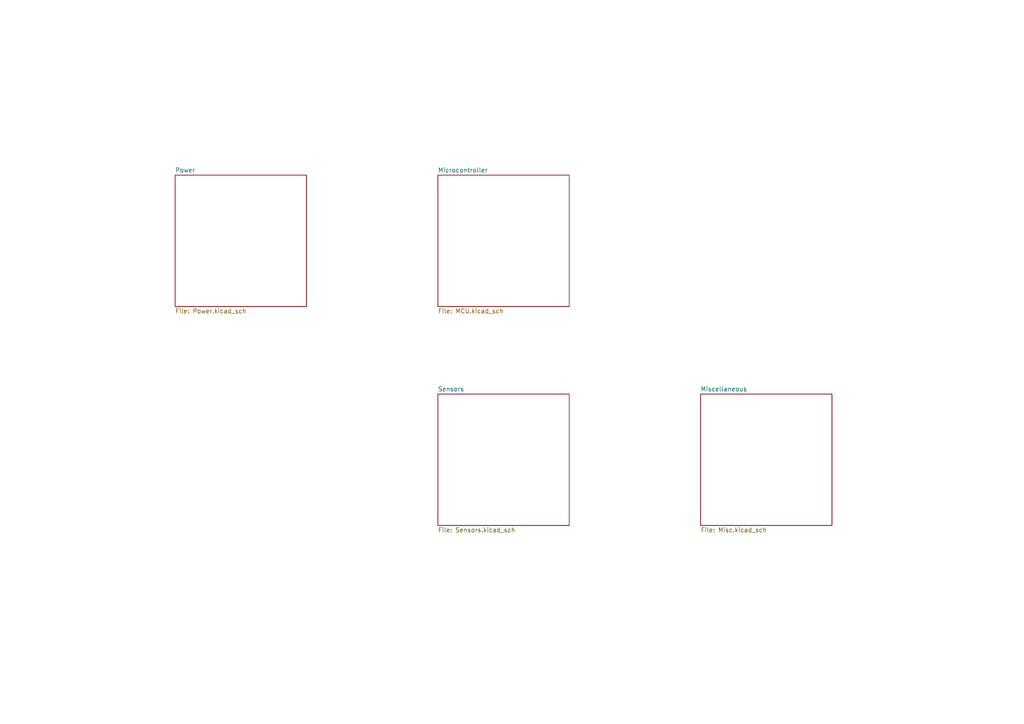
<source format=kicad_sch>
(kicad_sch (version 20211123) (generator eeschema)
  (paper "A4")
  (lib_symbols)
  (sheet (at 127 50.8) (size 38.1 38.1)
    (property "Sheet name" "Microcontroller" (at 127 50.0884 0) (effects (justify left bottom)))
    (property "Sheet file" "MCU.kicad_sch" (at 127 89.4846 0) (effects (justify left top)))
  )
  (sheet (at 127 114.3) (size 38.1 38.1)
    (property "Sheet name" "Sensors" (at 127 113.5884 0) (effects (justify left bottom)))
    (property "Sheet file" "Sensors.kicad_sch" (at 127 152.9846 0) (effects (justify left top)))
  )
  (sheet (at 203.2 114.3) (size 38.1 38.1)
    (property "Sheet name" "Miscellaneous" (at 203.2 113.5884 0) (effects (justify left bottom)))
    (property "Sheet file" "Misc.kicad_sch" (at 203.2 152.9846 0) (effects (justify left top)))
  )
  (sheet (at 50.8 50.8) (size 38.1 38.1)
    (property "Sheet name" "Power" (at 50.8 50.0884 0) (effects (justify left bottom)))
    (property "Sheet file" "Power.kicad_sch" (at 50.8 89.4846 0) (effects (justify left top)))
  )
)
</source>
